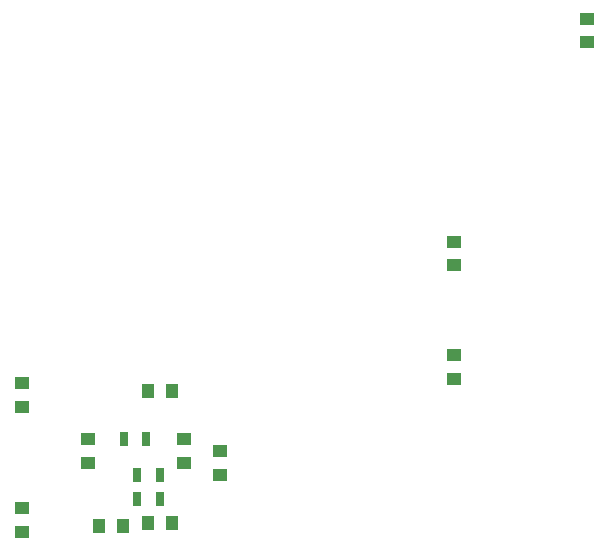
<source format=gbr>
G04 #@! TF.GenerationSoftware,KiCad,Pcbnew,(5.1.4)-1*
G04 #@! TF.CreationDate,2020-04-24T18:52:46+02:00*
G04 #@! TF.ProjectId,electronic_load,656c6563-7472-46f6-9e69-635f6c6f6164,rev?*
G04 #@! TF.SameCoordinates,Original*
G04 #@! TF.FileFunction,Paste,Bot*
G04 #@! TF.FilePolarity,Positive*
%FSLAX46Y46*%
G04 Gerber Fmt 4.6, Leading zero omitted, Abs format (unit mm)*
G04 Created by KiCad (PCBNEW (5.1.4)-1) date 2020-04-24 18:52:46*
%MOMM*%
%LPD*%
G04 APERTURE LIST*
%ADD10R,1.250000X1.000000*%
%ADD11R,1.000000X1.250000*%
%ADD12R,0.700000X1.300000*%
G04 APERTURE END LIST*
D10*
X97663000Y-79168500D03*
X97663000Y-77168500D03*
X86360000Y-96044000D03*
X86360000Y-98044000D03*
X63500000Y-114792000D03*
X63500000Y-112792000D03*
X49784000Y-110044500D03*
X49784000Y-108044500D03*
X49784000Y-118634000D03*
X49784000Y-120634000D03*
D11*
X62468000Y-119888000D03*
X60468000Y-119888000D03*
D10*
X66548000Y-113808000D03*
X66548000Y-115808000D03*
X55372000Y-114792000D03*
X55372000Y-112792000D03*
D11*
X60468000Y-108712000D03*
X62468000Y-108712000D03*
X56325500Y-120142000D03*
X58325500Y-120142000D03*
D10*
X86360000Y-105680000D03*
X86360000Y-107680000D03*
D12*
X61468000Y-117856000D03*
X59568000Y-117856000D03*
X61468000Y-115824000D03*
X59568000Y-115824000D03*
X60320000Y-112776000D03*
X58420000Y-112776000D03*
M02*

</source>
